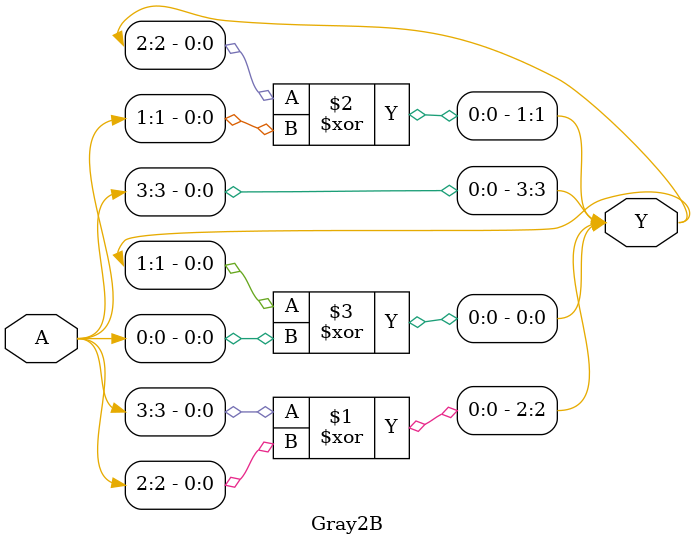
<source format=v>
module Gray2B(

     input [3:0]A,
     output [3:0]Y
);

assign Y[3]=A[3];
assign Y[2]=A[3]^A[2];
assign Y[1]=Y[2]^A[1];
assign Y[0]=Y[1]^A[0];

endmodule

</source>
